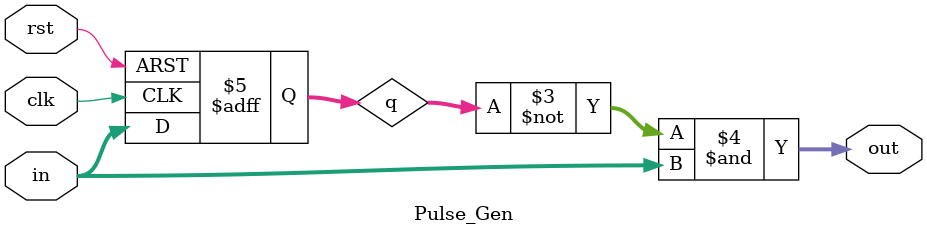
<source format=v>
`include "./defines.svh"
module Pulse_Gen (clk,rst,in,out);
	
	parameter WIDTH=8;

	input clk,rst;
	input [WIDTH-1:0] in;
	output [WIDTH-1:0]out;

	reg [WIDTH-1:0] q;

	always @(posedge clk or negedge rst) begin
		if(!rst) begin
			q<=0;
		end
		else begin
			q<=in;
		end
	end

	assign out=(~q)&in;

endmodule
</source>
